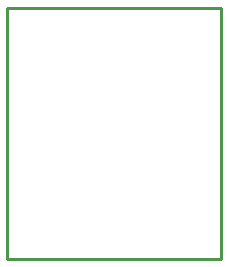
<source format=gbr>
G04 EAGLE Gerber RS-274X export*
G75*
%MOMM*%
%FSLAX34Y34*%
%LPD*%
%IN*%
%IPPOS*%
%AMOC8*
5,1,8,0,0,1.08239X$1,22.5*%
G01*
%ADD10C,0.254000*%


D10*
X0Y0D02*
X180975Y0D01*
X180975Y212625D01*
X0Y212625D01*
X0Y0D01*
M02*

</source>
